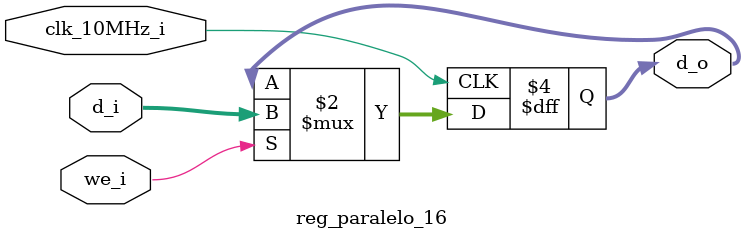
<source format=sv>
`timescale 1ns / 1ps

module reg_paralelo_16 (      
    input logic           clk_10MHz_i,   // Entrada de reloj de 10MHz
    input logic           we_i,          // Entrada de write-enable
    input logic  [15:0]   d_i,           // Entrada del registro
    output logic [15:0]   d_o);          // Salida del registro

// Implementación del registro de 16 bits    
    always_ff @(posedge clk_10MHz_i) begin
        if (we_i) begin
            d_o <= d_i;
        end 
    end
    
endmodule
</source>
